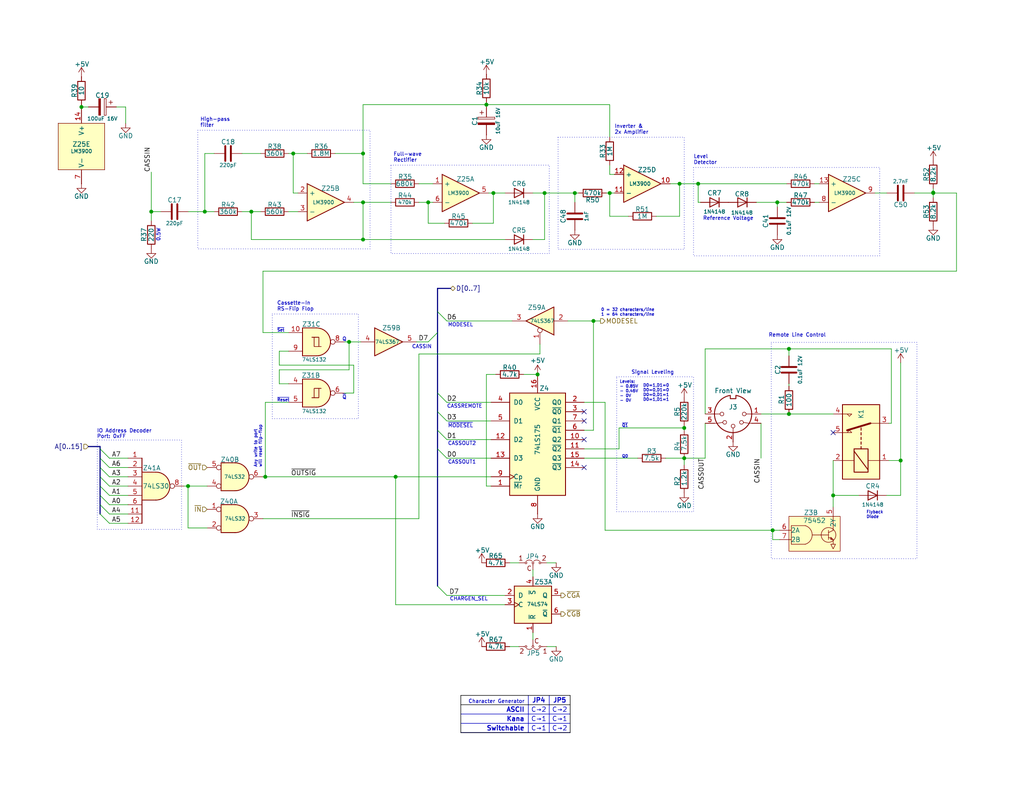
<source format=kicad_sch>
(kicad_sch (version 20250114) (generator "eeschema") (generator_version "9.0")
  (paper "USLetter")
  (title_block (title "TRS-80 Model I Rev HE11E011550") (date "2025-06-15") (rev "E1A") (company "RetroStack - Marcel Erz") (comment 1 "and character generator selection") (comment 2 "Cassette motor control, input & output circuits, I/O decoding, video mode selection,") (comment 4 "Cassette Interface with Video Mode Select"))
  (rectangle (start 74.295 85.725) (end 97.79 114.3) (stroke (width 0) (type dot)))
  (rectangle (start 168.275 102.87) (end 189.23 139.7) (stroke (width 0) (type dot)))
  (rectangle (start 53.975 35.56) (end 100.965 67.945) (stroke (width 0) (type dot)))
  (rectangle (start 106.68 45.085) (end 149.86 69.215) (stroke (width 0) (type dot)))
  (rectangle (start 152.273 37.465) (end 186.69 68.072) (stroke (width 0) (type dot)))
  (rectangle (start 210.439 93.472) (end 250.19 152.527) (stroke (width 0) (type dot)))
  (rectangle (start 26.543 120.142) (end 49.53 144.526) (stroke (width 0) (type dot)))
  (rectangle (start 189.23 45.72) (end 240.03 69.85) (stroke (width 0) (type dot)))
  (text "0 = 32 characters/line\n1 = 64 characters/line\n" (at 163.957 86.487 0) (effects (font (size 0.8 0.8)) (justify left bottom)))
  (text "Full-wave\nRectifier" (at 107.315 44.45 0) (effects (font (size 1 1)) (justify left bottom)))
  (text "Level\nDetector" (at 189.23 45.085 0) (effects (font (size 1 1)) (justify left bottom)))
  (text "~{Q1}" (at 171.45 116.84 0) (effects (font (size 0.8 0.8)) (justify right bottom)))
  (text "CHARGEN_SEL" (at 122.682 164.211 0) (effects (font (size 1 1)) (justify left bottom)))
  (text "High-pass\nfilter" (at 54.61 34.925 0) (effects (font (size 1 1)) (justify left bottom)))
  (text "Reference Voltage" (at 191.77 60.325 0) (effects (font (size 1 1)) (justify left bottom)))
  (text "Any write to port\nwill reset flip-flop" (at 71.501 127.762 90) (effects (font (size 0.8 0.8)) (justify left bottom)))
  (text "IO Address Decoder" (at 26.416 118.364 0) (effects (font (size 1 1)) (justify left bottom)))
  (text "Port: 0xFF" (at 26.416 119.888 0) (effects (font (size 1 1)) (justify left bottom)))
  (text "Signal Leveling" (at 172.212 102.362 0) (effects (font (size 1 1)) (justify left bottom)))
  (text "~{MODESEL}" (at 122.174 116.967 0) (effects (font (size 1 1)) (justify left bottom)))
  (text "~{Q}" (at 93.345 109.22 0) (effects (font (size 1 1)) (justify left bottom)))
  (text "CASSREMOTE" (at 121.92 111.633 0) (effects (font (size 1 1)) (justify left bottom)))
  (text "Q" (at 93.345 93.345 0) (effects (font (size 1 1)) (justify left bottom)))
  (text "0.5W" (at 43.815 66.04 90) (effects (font (size 1 1)) (justify left bottom)))
  (text "Levels:\n- 0.85V\n- 0.46V\n- 0V\n- 0V" (at 169.037 109.982 0) (effects (font (size 0.8 0.8)) (justify left bottom)))
  (text "CASSIN" (at 117.856 95.377 0) (effects (font (size 1 1)) (justify right bottom)))
  (text "MODESEL" (at 122.174 89.408 0) (effects (font (size 1 1)) (justify left bottom)))
  (text "Cassette-In\nRS-Flip Flop" (at 75.565 85.09 0) (effects (font (size 1 1)) (justify left bottom)))
  (text "CASSOUT2" (at 122.174 121.793 0) (effects (font (size 1 1)) (justify left bottom)))
  (text "Remote Line Control" (at 209.677 92.202 0) (effects (font (size 1 1)) (justify left bottom)))
  (text "Inverter &\n2x Amplifier" (at 167.64 36.83 0) (effects (font (size 1 1)) (justify left bottom)))
  (text "CASSOUT1" (at 122.174 126.873 0) (effects (font (size 1 1)) (justify left bottom)))
  (text "~{Reset}" (at 75.565 109.855 0) (effects (font (size 0.8 0.8)) (justify left bottom)))
  (text "~{Set}" (at 75.565 90.805 0) (effects (font (size 0.8 0.8)) (justify left bottom)))
  (text "Q0" (at 171.45 125.222 0) (effects (font (size 0.8 0.8)) (justify right bottom)))
  (text "D0=1,D1=0\nD0=0,D1=0\nD0=0,D1=1\nD0=1,D1=1" (at 182.626 109.728 0) (effects (font (size 0.8 0.8)) (justify right bottom)))
  (text "Flyback\nDiode" (at 236.347 141.732 0) (effects (font (size 0.8 0.8)) (justify left bottom)))
  (junction (at 116.84 55.245))
  (junction (at 186.69 116.84))
  (junction (at 22.225 29.21))
  (junction (at 72.39 130.175))
  (junction (at 95.25 93.345))
  (junction (at 41.275 57.785))
  (junction (at 51.308 132.715))
  (junction (at 212.09 55.245))
  (junction (at 80.01 41.91))
  (junction (at 99.06 65.405))
  (junction (at 215.265 95.25))
  (junction (at 166.37 52.705))
  (junction (at 161.925 87.63))
  (junction (at 107.95 130.175))
  (junction (at 148.59 52.705))
  (junction (at 99.06 55.245))
  (junction (at 68.58 57.785))
  (junction (at 99.06 41.91))
  (junction (at 254.635 52.578))
  (junction (at 132.715 28.575))
  (junction (at 146.685 102.235))
  (junction (at 186.69 125.095))
  (junction (at 156.845 52.705))
  (junction (at 185.42 50.165))
  (junction (at 210.82 144.78))
  (junction (at 245.745 125.73))
  (junction (at 227.33 135.255))
  (junction (at 134.62 52.705))
  (junction (at 254.635 52.705))
  (junction (at 55.88 57.785))
  (junction (at 190.5 50.165))
  (junction (at 215.265 113.03))
  (no_connect (at 159.385 127.635))
  (no_connect (at 159.385 120.015))
  (no_connect (at 227.33 118.11))
  (no_connect (at 159.385 114.935))
  (no_connect (at 159.385 112.395))
  (bus_entry (at 27.305 125.095) (size 2.54 2.54))
  (bus_entry (at 121.92 125.095) (size -2.54 -2.54))
  (bus_entry (at 121.92 114.935) (size -2.54 -2.54))
  (bus_entry (at 121.92 87.63) (size -2.54 -2.54))
  (bus_entry (at 27.305 132.715) (size 2.54 2.54))
  (bus_entry (at 27.305 127.635) (size 2.54 2.54))
  (bus_entry (at 121.92 120.015) (size -2.54 -2.54))
  (bus_entry (at 116.84 93.345) (size 2.54 -2.54))
  (bus_entry (at 27.305 140.335) (size 2.54 2.54))
  (bus_entry (at 119.38 160.02) (size 2.54 2.54))
  (bus_entry (at 27.305 135.255) (size 2.54 2.54))
  (bus_entry (at 27.305 130.175) (size 2.54 2.54))
  (bus_entry (at 27.305 122.555) (size 2.54 2.54))
  (bus_entry (at 121.92 109.855) (size -2.54 -2.54))
  (bus_entry (at 27.305 137.795) (size 2.54 2.54))
  (wire (pts (xy 192.405 113.03) (xy 192.405 95.25)))
  (wire (pts (xy 56.515 144.145) (xy 51.308 144.145)))
  (bus (pts (xy 119.38 107.315) (xy 119.38 112.395)))
  (wire (pts (xy 227.33 135.255) (xy 234.315 135.255)))
  (bus (pts (xy 27.305 127.635) (xy 27.305 125.095)))
  (wire (pts (xy 22.225 29.21) (xy 22.225 29.845)))
  (wire (pts (xy 254.635 52.705) (xy 254.635 52.578)))
  (wire (pts (xy 215.265 113.03) (xy 227.33 113.03)))
  (wire (pts (xy 78.74 57.785) (xy 81.28 57.785)))
  (wire (pts (xy 185.42 59.055) (xy 185.42 50.165)))
  (wire (pts (xy 80.01 52.705) (xy 81.28 52.705)))
  (wire (pts (xy 29.845 132.715) (xy 34.925 132.715)))
  (wire (pts (xy 227.33 135.255) (xy 227.33 138.43)))
  (wire (pts (xy 159.385 125.095) (xy 173.99 125.095)))
  (wire (pts (xy 134.62 52.705) (xy 133.35 52.705)))
  (wire (pts (xy 76.2 95.885) (xy 76.2 99.695)))
  (wire (pts (xy 190.5 50.165) (xy 214.63 50.165)))
  (wire (pts (xy 114.3 50.165) (xy 118.11 50.165)))
  (wire (pts (xy 139.065 153.67) (xy 141.605 153.67)))
  (wire (pts (xy 156.845 52.705) (xy 157.861 52.705)))
  (bus (pts (xy 119.38 78.74) (xy 122.936 78.74)))
  (bus (pts (xy 119.38 122.555) (xy 119.38 160.02)))
  (wire (pts (xy 72.39 130.175) (xy 107.95 130.175)))
  (wire (pts (xy 139.065 176.53) (xy 141.605 176.53)))
  (bus (pts (xy 119.38 112.395) (xy 119.38 117.475)))
  (wire (pts (xy 78.74 90.805) (xy 71.755 90.805)))
  (wire (pts (xy 72.39 109.855) (xy 72.39 130.175)))
  (wire (pts (xy 66.04 41.91) (xy 71.12 41.91)))
  (wire (pts (xy 116.84 55.245) (xy 114.3 55.245)))
  (wire (pts (xy 116.84 60.96) (xy 116.84 55.245)))
  (wire (pts (xy 156.845 55.245) (xy 156.845 52.705)))
  (wire (pts (xy 55.88 57.785) (xy 55.88 41.91)))
  (wire (pts (xy 71.755 130.175) (xy 72.39 130.175)))
  (wire (pts (xy 99.06 65.405) (xy 137.795 65.405)))
  (wire (pts (xy 154.94 87.63) (xy 161.925 87.63)))
  (wire (pts (xy 168.91 116.84) (xy 186.69 116.84)))
  (wire (pts (xy 166.37 52.705) (xy 167.64 52.705)))
  (wire (pts (xy 159.385 109.855) (xy 165.1 109.855)))
  (wire (pts (xy 83.82 41.91) (xy 80.01 41.91)))
  (bus (pts (xy 119.38 117.475) (xy 119.38 122.555)))
  (wire (pts (xy 254.889 52.705) (xy 260.985 52.705)))
  (wire (pts (xy 24.13 29.21) (xy 22.225 29.21)))
  (wire (pts (xy 149.225 176.53) (xy 151.765 176.53)))
  (wire (pts (xy 41.275 57.785) (xy 41.275 60.325)))
  (wire (pts (xy 254.635 51.435) (xy 254.635 52.578)))
  (wire (pts (xy 147.32 93.98) (xy 147.32 96.647)))
  (wire (pts (xy 99.06 28.575) (xy 99.06 41.91)))
  (wire (pts (xy 96.52 107.315) (xy 93.98 107.315)))
  (wire (pts (xy 58.42 57.785) (xy 55.88 57.785)))
  (wire (pts (xy 72.39 109.855) (xy 78.74 109.855)))
  (wire (pts (xy 80.01 41.91) (xy 80.01 52.705)))
  (wire (pts (xy 149.225 153.67) (xy 151.765 153.67)))
  (wire (pts (xy 165.1 144.78) (xy 210.82 144.78)))
  (wire (pts (xy 135.255 102.235) (xy 132.715 102.235)))
  (wire (pts (xy 107.95 130.175) (xy 107.95 165.1)))
  (wire (pts (xy 71.755 74.041) (xy 260.985 74.041)))
  (wire (pts (xy 132.715 28.575) (xy 99.06 28.575)))
  (wire (pts (xy 145.415 174.625) (xy 145.415 172.72)))
  (wire (pts (xy 186.69 125.095) (xy 186.69 127)))
  (wire (pts (xy 243.205 115.57) (xy 242.57 115.57)))
  (wire (pts (xy 185.42 50.165) (xy 190.5 50.165)))
  (wire (pts (xy 137.795 52.705) (xy 134.62 52.705)))
  (wire (pts (xy 43.815 57.785) (xy 41.275 57.785)))
  (wire (pts (xy 96.52 99.695) (xy 96.52 107.315)))
  (wire (pts (xy 99.06 55.245) (xy 96.52 55.245)))
  (wire (pts (xy 71.755 141.605) (xy 114.3 141.605)))
  (bus (pts (xy 27.305 135.255) (xy 27.305 132.715)))
  (wire (pts (xy 113.665 93.345) (xy 116.84 93.345)))
  (bus (pts (xy 27.305 121.92) (xy 27.305 122.555)))
  (bus (pts (xy 119.38 78.74) (xy 119.38 85.09)))
  (wire (pts (xy 241.935 135.255) (xy 245.745 135.255)))
  (bus (pts (xy 27.305 140.335) (xy 27.305 137.795)))
  (wire (pts (xy 128.905 60.96) (xy 134.62 60.96)))
  (wire (pts (xy 29.845 142.875) (xy 34.925 142.875)))
  (wire (pts (xy 161.925 117.475) (xy 159.385 117.475)))
  (wire (pts (xy 210.82 147.32) (xy 210.82 144.78)))
  (wire (pts (xy 132.715 28.575) (xy 166.37 28.575)))
  (wire (pts (xy 166.37 45.085) (xy 166.37 47.625)))
  (bus (pts (xy 27.305 125.095) (xy 27.305 122.555)))
  (wire (pts (xy 212.725 147.32) (xy 210.82 147.32)))
  (wire (pts (xy 66.04 57.785) (xy 68.58 57.785)))
  (wire (pts (xy 121.92 120.015) (xy 133.985 120.015)))
  (wire (pts (xy 179.07 59.055) (xy 185.42 59.055)))
  (wire (pts (xy 121.92 114.935) (xy 133.985 114.935)))
  (wire (pts (xy 181.61 125.095) (xy 186.69 125.095)))
  (wire (pts (xy 186.69 125.095) (xy 192.405 125.095)))
  (wire (pts (xy 50.165 132.715) (xy 51.308 132.715)))
  (wire (pts (xy 227.33 125.73) (xy 227.33 135.255)))
  (wire (pts (xy 241.935 52.705) (xy 238.76 52.705)))
  (wire (pts (xy 34.29 29.21) (xy 34.29 33.655)))
  (wire (pts (xy 93.98 93.345) (xy 95.25 93.345)))
  (wire (pts (xy 22.225 28.575) (xy 22.225 29.21)))
  (wire (pts (xy 166.37 47.625) (xy 167.64 47.625)))
  (wire (pts (xy 147.32 96.647) (xy 114.3 96.647)))
  (bus (pts (xy 27.305 132.715) (xy 27.305 130.175)))
  (wire (pts (xy 161.925 87.63) (xy 161.925 117.475)))
  (wire (pts (xy 31.75 29.21) (xy 34.29 29.21)))
  (wire (pts (xy 161.925 87.63) (xy 163.83 87.63)))
  (wire (pts (xy 132.715 132.715) (xy 133.985 132.715)))
  (wire (pts (xy 95.25 93.345) (xy 98.425 93.345)))
  (wire (pts (xy 132.715 102.235) (xy 132.715 132.715)))
  (wire (pts (xy 71.755 90.805) (xy 71.755 74.041)))
  (bus (pts (xy 119.38 90.805) (xy 119.38 107.315)))
  (wire (pts (xy 207.645 115.57) (xy 207.645 125.095)))
  (wire (pts (xy 222.25 50.165) (xy 223.52 50.165)))
  (wire (pts (xy 245.745 125.73) (xy 245.745 99.06)))
  (wire (pts (xy 51.308 132.715) (xy 56.515 132.715)))
  (wire (pts (xy 55.88 41.91) (xy 58.42 41.91)))
  (wire (pts (xy 159.385 122.555) (xy 168.91 122.555)))
  (wire (pts (xy 207.645 113.03) (xy 215.265 113.03)))
  (wire (pts (xy 222.25 55.245) (xy 223.52 55.245)))
  (wire (pts (xy 76.2 100.965) (xy 76.2 104.775)))
  (wire (pts (xy 99.06 65.405) (xy 68.58 65.405)))
  (wire (pts (xy 168.91 116.84) (xy 168.91 122.555)))
  (wire (pts (xy 78.74 41.91) (xy 80.01 41.91)))
  (wire (pts (xy 166.37 52.705) (xy 166.37 59.055)))
  (wire (pts (xy 249.555 52.705) (xy 254.635 52.705)))
  (wire (pts (xy 148.59 52.705) (xy 156.845 52.705)))
  (wire (pts (xy 254.889 52.578) (xy 254.635 52.578)))
  (wire (pts (xy 243.205 95.25) (xy 243.205 115.57)))
  (wire (pts (xy 165.481 52.705) (xy 166.37 52.705)))
  (wire (pts (xy 68.58 65.405) (xy 68.58 57.785)))
  (wire (pts (xy 242.57 125.73) (xy 245.745 125.73)))
  (wire (pts (xy 186.69 116.205) (xy 186.69 116.84)))
  (wire (pts (xy 107.95 165.1) (xy 137.795 165.1)))
  (wire (pts (xy 51.435 57.785) (xy 55.88 57.785)))
  (wire (pts (xy 106.68 50.165) (xy 99.06 50.165)))
  (wire (pts (xy 91.44 41.91) (xy 99.06 41.91)))
  (wire (pts (xy 182.88 50.165) (xy 185.42 50.165)))
  (wire (pts (xy 29.845 137.795) (xy 34.925 137.795)))
  (wire (pts (xy 186.69 116.84) (xy 186.69 117.475)))
  (bus (pts (xy 27.305 137.795) (xy 27.305 135.255)))
  (wire (pts (xy 107.95 130.175) (xy 133.985 130.175)))
  (wire (pts (xy 132.715 27.94) (xy 132.715 28.575)))
  (wire (pts (xy 121.92 162.56) (xy 137.795 162.56)))
  (wire (pts (xy 95.25 93.345) (xy 95.25 100.965)))
  (wire (pts (xy 99.06 65.405) (xy 99.06 55.245)))
  (wire (pts (xy 166.37 28.575) (xy 166.37 37.465)))
  (wire (pts (xy 212.09 55.245) (xy 212.09 56.515)))
  (wire (pts (xy 148.59 65.405) (xy 148.59 52.705)))
  (wire (pts (xy 192.405 115.57) (xy 192.405 125.095)))
  (wire (pts (xy 254.889 52.705) (xy 254.889 52.578)))
  (wire (pts (xy 206.375 55.245) (xy 212.09 55.245)))
  (wire (pts (xy 132.715 29.21) (xy 132.715 28.575)))
  (wire (pts (xy 68.58 57.785) (xy 71.12 57.785)))
  (wire (pts (xy 51.308 132.715) (xy 51.308 144.145)))
  (wire (pts (xy 114.3 96.647) (xy 114.3 141.605)))
  (wire (pts (xy 142.875 102.235) (xy 146.685 102.235)))
  (wire (pts (xy 29.845 127.635) (xy 34.925 127.635)))
  (wire (pts (xy 76.2 104.775) (xy 78.74 104.775)))
  (wire (pts (xy 165.1 109.855) (xy 165.1 144.78)))
  (wire (pts (xy 215.265 105.41) (xy 215.265 104.775)))
  (wire (pts (xy 106.68 55.245) (xy 99.06 55.245)))
  (wire (pts (xy 29.845 125.095) (xy 34.925 125.095)))
  (wire (pts (xy 76.2 99.695) (xy 96.52 99.695)))
  (wire (pts (xy 121.92 125.095) (xy 133.985 125.095)))
  (wire (pts (xy 29.845 130.175) (xy 34.925 130.175)))
  (wire (pts (xy 190.5 55.245) (xy 190.5 50.165)))
  (wire (pts (xy 260.985 74.041) (xy 260.985 52.705)))
  (wire (pts (xy 95.25 100.965) (xy 76.2 100.965)))
  (wire (pts (xy 215.265 95.25) (xy 243.205 95.25)))
  (wire (pts (xy 118.11 55.245) (xy 116.84 55.245)))
  (wire (pts (xy 78.74 95.885) (xy 76.2 95.885)))
  (wire (pts (xy 121.285 60.96) (xy 116.84 60.96)))
  (wire (pts (xy 29.845 135.255) (xy 34.925 135.255)))
  (wire (pts (xy 192.405 95.25) (xy 215.265 95.25)))
  (wire (pts (xy 145.415 65.405) (xy 148.59 65.405)))
  (wire (pts (xy 212.09 55.245) (xy 214.63 55.245)))
  (wire (pts (xy 245.745 125.73) (xy 245.745 135.255)))
  (wire (pts (xy 134.62 60.96) (xy 134.62 52.705)))
  (wire (pts (xy 166.37 59.055) (xy 171.45 59.055)))
  (bus (pts (xy 27.305 130.175) (xy 27.305 127.635)))
  (wire (pts (xy 121.92 87.63) (xy 139.7 87.63)))
  (wire (pts (xy 99.06 50.165) (xy 99.06 41.91)))
  (wire (pts (xy 254.635 53.975) (xy 254.635 52.705)))
  (wire (pts (xy 41.275 46.99) (xy 41.275 57.785)))
  (wire (pts (xy 215.265 95.25) (xy 215.265 97.155)))
  (bus (pts (xy 119.38 85.09) (xy 119.38 90.805)))
  (bus (pts (xy 24.13 121.92) (xy 27.305 121.92)))
  (wire (pts (xy 145.415 52.705) (xy 148.59 52.705)))
  (wire (pts (xy 29.845 140.335) (xy 34.925 140.335)))
  (wire (pts (xy 190.5 55.245) (xy 191.135 55.245)))
  (wire (pts (xy 121.92 109.855) (xy 133.985 109.855)))
  (wire (pts (xy 145.415 155.575) (xy 145.415 157.48)))
  (wire (pts (xy 210.82 144.78) (xy 212.725 144.78)))
  (table (column_count 3) (border (external yes) (header yes) (stroke (width 0.3) (color 0 0 0 1))) (separators (rows yes) (cols yes)) (column_widths 18.415 5.715 5.715) (row_heights 2.54 2.54 2.54 2.54 0) (cells (table_cell "Character Generator" (at 125.73 189.865 0) (size 18.415 2.54) (margins 0.9525 0.9525 0.9525 0.9525) (span 1 1)) (table_cell "JP4" (at 144.145 189.865 0) (size 5.715 2.54) (margins 0.9525 0.9525 0.9525 0.9525) (span 1 1)) (table_cell "JP5" (at 149.86 189.865 0) (size 5.715 2.54) (margins 0.9525 0.9525 0.9525 0.9525) (span 1 1)) (table_cell "ASCII" (at 125.73 192.405 0) (size 18.415 2.54) (margins 0.9525 0.9525 0.9525 0.9525) (span 1 1)) (table_cell "C→2" (at 144.145 192.405 0) (size 5.715 2.54) (margins 0.9525 0.9525 0.9525 0.9525) (span 1 1)) (table_cell "C→2" (at 149.86 192.405 0) (size 5.715 2.54) (margins 0.9525 0.9525 0.9525 0.9525) (span 1 1)) (table_cell "Kana" (at 125.73 194.945 0) (size 18.415 2.54) (margins 0.9525 0.9525 0.9525 0.9525) (span 1 1)) (table_cell "C→1" (at 144.145 194.945 0) (size 5.715 2.54) (margins 0.9525 0.9525 0.9525 0.9525) (span 1 1)) (table_cell "C→1" (at 149.86 194.945 0) (size 5.715 2.54) (margins 0.9525 0.9525 0.9525 0.9525) (span 1 1)) (table_cell "Switchable" (at 125.73 197.485 0) (size 18.415 2.54) (margins 0.9525 0.9525 0.9525 0.9525) (span 1 1)) (table_cell "C→1" (at 144.145 197.485 0) (size 5.715 2.54) (margins 0.9525 0.9525 0.9525 0.9525) (span 1 1)) (table_cell "C→2" (at 149.86 197.485 0) (size 5.715 2.54) (margins 0.9525 0.9525 0.9525 0.9525) (span 1 1)) (table_cell "" (at 125.73 200.025 0) (size 18.415 0) (margins 0.9525 0.9525 0.9525 0.9525) (span 1 1)) (table_cell "" (at 144.145 200.025 0) (size 5.715 0) (margins 0.9525 0.9525 0.9525 0.9525) (span 1 1)) (table_cell "" (at 149.86 200.025 0) (size 5.715 0) (margins 0.9525 0.9525 0.9525 0.9525) (span 1 1))))
  (label "A2" (at 30.48 132.715 0))
  (label "A0" (at 30.48 137.795 0))
  (label "A7" (at 30.48 125.095 0))
  (label "A1" (at 30.48 135.255 0))
  (label "CASSOUT" (at 192.405 125.095 270))
  (label "~{INSIG}" (at 79.375 141.605 0))
  (label "A6" (at 30.48 127.635 0))
  (label "D7" (at 122.555 162.56 0))
  (label "D6" (at 121.92 87.63 0))
  (label "~{OUTSIG}" (at 79.375 130.175 0))
  (label "A3" (at 30.48 130.175 0))
  (label "A5" (at 30.48 142.875 0))
  (label "D2" (at 121.92 109.855 0))
  (label "A4" (at 30.48 140.335 0))
  (label "D3" (at 121.92 114.935 0))
  (label "D7" (at 116.84 93.345 180))
  (label "D1" (at 121.92 120.015 0))
  (label "D0" (at 121.92 125.095 0))
  (label "CASSIN" (at 207.645 125.095 270))
  (label "CASSIN" (at 41.275 46.99 90))
  (hierarchical_label "A[0..15]" (shape input) (at 24.13 121.92 180))
  (hierarchical_label "MODESEL" (shape output) (at 163.83 87.63 0))
  (hierarchical_label "~{CGA}" (shape output) (at 153.035 162.56 0))
  (hierarchical_label "~{CGB}" (shape output) (at 153.035 167.64 0))
  (hierarchical_label "D[0..7]" (shape bidirectional) (at 122.936 78.74 0))
  (hierarchical_label "~{IN}" (shape input) (at 56.515 139.065 180))
  (hierarchical_label "~{OUT}" (shape input) (at 56.515 127.635 180))
  (symbol (lib_id "Device:C_Polarized") (at 27.94 29.21 270) (unit 1)
    (property "Reference" "C19" (at 27.94 26.035 90))
    (property "Value" "100uF 16V" (at 27.94 32.385 90) (effects (font (size 1 1))))
    (property "Footprint" "Library:TRS80_Model_I_C_Pol_Radial_10D_5P_Jap" (effects (hide yes)))
  )
  (symbol (lib_id "Device:R") (at 74.93 41.91 90) (mirror x) (unit 1)
    (property "Reference" "R38" (at 74.93 40.005 90))
    (property "Value" "360k" (at 74.93 41.91 90))
    (property "Footprint" "Library:TRS80_Model_I_R_0.25W_Jap" (effects (hide yes)))
  )
  (symbol (lib_id "power:+5V") (at 245.745 99.06 0) (unit 1)
    (property "Reference" "#PWR074" (effects (hide yes)))
    (property "Value" "+5V" (at 245.872 95.631 0))
    (property "Description" "Power symbol creates a global label with name \"+5V\"" (effects (hide yes)))
  )
  (symbol (lib_id "Device:R") (at 87.63 41.91 90) (mirror x) (unit 1)
    (property "Reference" "R36" (at 87.63 40.005 90))
    (property "Value" "1.8M" (at 87.63 41.91 90))
    (property "Footprint" "Library:TRS80_Model_I_R_0.25W_Jap" (effects (hide yes)))
  )
  (symbol (lib_id "74xx:74LS32") (at 64.135 130.175 0) (mirror x) (unit 2) (convert 2)
    (property "Reference" "Z40" (at 62.738 125.476 0))
    (property "Value" "74LS32" (at 64.008 130.175 0) (effects (font (size 1 1))))
    (property "Footprint" "Library:TRS80_Model_I_DIP14_Jap" (effects (hide yes)))
    (property "Datasheet" "http://www.ti.com/lit/gpn/sn74LS32" (effects (hide yes)))
    (property "Description" "Quad 2-input OR" (effects (hide yes)))
  )
  (symbol (lib_id "Device:C") (at 212.09 60.325 180) (unit 1)
    (property "Reference" "C41" (at 208.915 60.325 90))
    (property "Value" "0.1uF 12V" (at 215.265 60.325 90) (effects (font (size 1 1))))
    (property "Footprint" "Library:TRS80_Model_I_C_Disc_9.5L_4W_6P_Jap" (effects (hide yes)))
  )
  (symbol (lib_id "Device:D") (at 238.125 135.255 180) (unit 1)
    (property "Reference" "CR4" (at 238.125 132.715 0))
    (property "Value" "1N4148" (at 238.125 137.795 0) (effects (font (size 1 1))))
    (property "Footprint" "Library:TRS80_Model_I_D_Jap" (effects (hide yes)))
    (property "Sim.Device" "D" (effects (hide yes)))
    (property "Sim.Pins" "1=K 2=A" (effects (hide yes)))
  )
  (symbol (lib_id "Device:R") (at 254.635 57.785 180) (unit 1)
    (property "Reference" "R53" (at 252.73 57.785 90))
    (property "Value" "8.2k" (at 254.635 57.785 90))
    (property "Footprint" "Library:TRS80_Model_I_R_0.25W_Jap" (effects (hide yes)))
  )
  (symbol (lib_id "Device:R") (at 74.93 57.785 90) (mirror x) (unit 1)
    (property "Reference" "R43" (at 74.93 55.88 90))
    (property "Value" "560k" (at 74.93 57.785 90))
    (property "Footprint" "Library:TRS80_Model_I_R_0.25W_Jap" (effects (hide yes)))
  )
  (symbol (lib_id "RetroStackLibrary:75452") (at 222.25 139.7 0) (unit 2)
    (property "Reference" "Z3" (at 219.329 139.954 0) (effects (justify left)))
    (property "Value" "75452" (at 219.075 142.113 0) (effects (justify left)))
    (property "Footprint" "Library:TRS80_Model_I_DIP8_Jap" (effects (hide yes)))
    (property "Datasheet" "https://www.ti.com/lit/ds/symlink/sn75452b.pdf" (effects (hide yes)))
    (property "Description" "Dual-Peripheral Drivers for High-Current, High-Speed Switching" (effects (hide yes)))
  )
  (symbol (lib_id "Device:R") (at 110.49 55.245 90) (mirror x) (unit 1)
    (property "Reference" "R44" (at 110.49 53.34 90))
    (property "Value" "470k" (at 110.49 55.245 90) (effects (font (size 1 1))))
    (property "Footprint" "Library:TRS80_Model_I_R_0.25W_Jap" (effects (hide yes)))
  )
  (symbol (lib_id "power:+5V") (at 22.225 20.955 0) (unit 1)
    (property "Reference" "#PWR079" (effects (hide yes)))
    (property "Value" "+5V" (at 22.352 17.526 0))
    (property "Description" "Power symbol creates a global label with name \"+5V\"" (effects (hide yes)))
  )
  (symbol (lib_id "power:+5V") (at 146.685 102.235 0) (unit 1)
    (property "Reference" "#PWR030" (effects (hide yes)))
    (property "Value" "+5V" (at 146.685 98.425 0))
    (property "Description" "Power symbol creates a global label with name \"+5V\"" (effects (hide yes)))
  )
  (symbol (lib_id "power:GND") (at 254.635 61.595 0) (unit 1)
    (property "Reference" "#PWR082" (effects (hide yes)))
    (property "Value" "GND" (at 254.635 65.024 0))
    (property "Description" "Power symbol creates a global label with name \"GND\" , ground" (effects (hide yes)))
  )
  (symbol (lib_id "Device:C") (at 62.23 41.91 90) (mirror x) (unit 1)
    (property "Reference" "C18" (at 62.23 38.735 90))
    (property "Value" "220pF" (at 62.23 45.085 90) (effects (font (size 1 1))))
    (property "Footprint" "Library:TRS80_Model_I_C_Disc_9.5L_4W_6P_Jap" (effects (hide yes)))
  )
  (symbol (lib_id "power:GND") (at 22.225 50.165 0) (unit 1)
    (property "Reference" "#PWR080" (effects (hide yes)))
    (property "Value" "GND" (at 22.225 53.594 0))
    (property "Description" "Power symbol creates a global label with name \"GND\" , ground" (effects (hide yes)))
  )
  (symbol (lib_id "74xx:74LS30") (at 42.545 132.715 0) (unit 1)
    (property "Reference" "Z41" (at 41.402 127.762 0))
    (property "Value" "74LS30" (at 42.545 132.715 0))
    (property "Footprint" "Library:TRS80_Model_I_DIP14_Jap" (effects (hide yes)))
    (property "Datasheet" "http://www.ti.com/lit/gpn/sn74LS30" (effects (hide yes)))
    (property "Description" "8-input NAND" (effects (hide yes)))
  )
  (symbol (lib_id "power:GND") (at 146.685 140.335 0) (unit 1)
    (property "Reference" "#PWR031" (effects (hide yes)))
    (property "Value" "GND" (at 146.685 143.764 0))
    (property "Description" "Power symbol creates a global label with name \"GND\" , ground" (effects (hide yes)))
  )
  (symbol (lib_id "Device:D") (at 202.565 55.245 180) (unit 1)
    (property "Reference" "CR8" (at 202.4376 52.9828 0))
    (property "Value" "1N4148" (at 202.4376 58.0628 0) (effects (font (size 1 1))))
    (property "Footprint" "Library:TRS80_Model_I_D_Jap" (effects (hide yes)))
    (property "Sim.Device" "D" (effects (hide yes)))
    (property "Sim.Pins" "1=K 2=A" (effects (hide yes)))
  )
  (symbol (lib_id "Connector:DIN-5_180degree") (at 200.025 113.03 180) (unit 1)
    (property "Reference" "J3" (at 200.025 111.125 0))
    (property "Value" "Front View" (at 200.025 106.68 0))
    (property "Footprint" "Library:TRS80_Model_I_DIN5_Jap" (effects (hide yes)))
    (property "Datasheet" "http://www.mouser.com/ds/2/18/40_c091_abd_e-75918.pdf" (effects (hide yes)))
  )
  (symbol (lib_id "power:GND") (at 186.69 134.62 0) (unit 1)
    (property "Reference" "#PWR072" (effects (hide yes)))
    (property "Value" "GND" (at 186.69 138.049 0))
    (property "Description" "Power symbol creates a global label with name \"GND\" , ground" (effects (hide yes)))
  )
  (symbol (lib_id "power:+5V") (at 131.445 176.53 0) (unit 1)
    (property "Reference" "#PWR085" (effects (hide yes)))
    (property "Value" "+5V" (at 131.572 173.101 0))
    (property "Description" "Power symbol creates a global label with name \"+5V\"" (effects (hide yes)))
  )
  (symbol (lib_id "power:+5V") (at 186.69 108.585 0) (unit 1)
    (property "Reference" "#PWR032" (effects (hide yes)))
    (property "Value" "+5V" (at 186.817 105.156 0))
    (property "Description" "Power symbol creates a global label with name \"+5V\"" (effects (hide yes)))
  )
  (symbol (lib_id "Device:R") (at 161.671 52.705 90) (mirror x) (unit 1)
    (property "Reference" "R50" (at 161.671 54.61 90))
    (property "Value" "470k" (at 161.671 52.705 90))
    (property "Footprint" "Library:TRS80_Model_I_R_0.25W_Jap" (effects (hide yes)))
  )
  (symbol (lib_id "Device:C") (at 156.845 59.055 180) (unit 1)
    (property "Reference" "C48" (at 153.67 59.055 90))
    (property "Value" "1nF" (at 160.02 59.055 90) (effects (font (size 1 1))))
    (property "Footprint" "Library:TRS80_Model_I_C_Disc_9.5L_4W_6P_Jap" (effects (hide yes)))
  )
  (symbol (lib_id "Device:R") (at 166.37 41.275 0) (mirror y) (unit 1)
    (property "Reference" "R33" (at 164.465 41.275 90))
    (property "Value" "1M" (at 166.37 41.275 90))
    (property "Footprint" "Library:TRS80_Model_I_R_0.25W_Jap" (effects (hide yes)))
  )
  (symbol (lib_id "74xx:74LS32") (at 64.135 141.605 0) (unit 1) (convert 2)
    (property "Reference" "Z40" (at 62.484 136.906 0))
    (property "Value" "74LS32" (at 64.135 141.605 0) (effects (font (size 1 1))))
    (property "Footprint" "Library:TRS80_Model_I_DIP14_Jap" (effects (hide yes)))
    (property "Datasheet" "http://www.ti.com/lit/gpn/sn74LS32" (effects (hide yes)))
    (property "Description" "Quad 2-input OR" (effects (hide yes)))
  )
  (symbol (lib_id "74xx:74LS132") (at 86.36 93.345 0) (mirror x) (unit 3)
    (property "Reference" "Z31" (at 84.963 88.519 0))
    (property "Value" "74LS132" (at 85.725 98.171 0) (effects (font (size 1 1))))
    (property "Footprint" "Library:TRS80_Model_I_DIP14_Jap" (effects (hide yes)))
    (property "Datasheet" "http://www.ti.com/lit/gpn/sn74LS132" (effects (hide yes)))
  )
  (symbol (lib_id "RetroStackLibrary:LM3900") (at 175.26 50.165 0) (unit 4)
    (property "Reference" "Z25" (at 176.53 46.355 0))
    (property "Value" "LM3900" (at 174.625 50.165 0) (effects (font (size 1 1))))
    (property "Footprint" "Library:TRS80_Model_I_DIP14_Jap" (effects (hide yes)))
    (property "Datasheet" "https://www.ti.com/lit/ds/symlink/lm3900.pdf" (effects (hide yes)))
  )
  (symbol (lib_id "Device:R") (at 186.69 112.395 180) (unit 1)
    (property "Reference" "R5" (at 184.785 112.395 90))
    (property "Value" "220k" (at 186.69 112.395 90))
    (property "Footprint" "Library:TRS80_Model_I_R_0.25W_Jap" (effects (hide yes)))
  )
  (symbol (lib_id "74xx:74LS74") (at 145.415 165.1 0) (unit 1)
    (property "Reference" "Z53" (at 145.796 158.877 0) (effects (justify left)))
    (property "Value" "74LS74" (at 143.764 164.973 0) (effects (font (size 1 1)) (justify left)))
    (property "Footprint" "Library:TRS80_Model_I_DIP14_Jap" (effects (hide yes)))
    (property "Datasheet" "74xx/74hc_hct74.pdf" (effects (hide yes)))
  )
  (symbol (lib_id "power:+5V") (at 132.715 20.32 0) (unit 1)
    (property "Reference" "#PWR078" (effects (hide yes)))
    (property "Value" "+5V" (at 132.842 16.891 0))
    (property "Description" "Power symbol creates a global label with name \"+5V\"" (effects (hide yes)))
  )
  (symbol (lib_id "RetroStackLibrary:LM3900") (at 125.73 52.705 0) (unit 1)
    (property "Reference" "Z25" (at 127 48.895 0))
    (property "Value" "LM3900" (at 125.095 52.705 0) (effects (font (size 1 1))))
    (property "Footprint" "Library:TRS80_Model_I_DIP14_Jap" (effects (hide yes)))
    (property "Datasheet" "https://www.ti.com/lit/ds/symlink/lm3900.pdf" (effects (hide yes)))
  )
  (symbol (lib_id "Device:R") (at 135.255 176.53 270) (unit 1)
    (property "Reference" "R67" (at 135.255 174.625 90))
    (property "Value" "4.7k" (at 135.255 176.53 90))
    (property "Footprint" "Library:TRS80_Model_I_R_0.25W_Jap" (effects (hide yes)))
  )
  (symbol (lib_id "Device:R") (at 218.44 50.165 90) (unit 1)
    (property "Reference" "R46" (at 218.44 48.26 90))
    (property "Value" "470k" (at 218.44 50.165 90))
    (property "Footprint" "Library:TRS80_Model_I_R_0.25W_Jap" (effects (hide yes)))
  )
  (symbol (lib_id "Library:TRS80_Model_I_Relay_NO_Jap") (at 234.95 120.65 90) (unit 1)
    (property "Reference" "K1" (at 234.95 113.03 0))
    (property "Value" "Relay_SPDT" (effects (hide yes)))
    (property "Footprint" "Library:TRS80_Model_I_Relay_Jap" (effects (hide yes)))
    (property "Description" "Relay SPDT" (effects (hide yes)))
  )
  (symbol (lib_id "Device:R") (at 215.265 109.22 0) (unit 1)
    (property "Reference" "R1" (at 213.233 109.093 90))
    (property "Value" "100" (at 215.265 109.22 90))
    (property "Footprint" "Library:TRS80_Model_I_R_0.25W_Jap" (effects (hide yes)))
  )
  (symbol (lib_id "power:+5V") (at 254.635 43.815 0) (unit 1)
    (property "Reference" "#PWR083" (effects (hide yes)))
    (property "Value" "+5V" (at 254.762 40.386 0))
    (property "Description" "Power symbol creates a global label with name \"+5V\"" (effects (hide yes)))
  )
  (symbol (lib_id "Device:D") (at 141.605 65.405 0) (mirror y) (unit 1)
    (property "Reference" "CR5" (at 141.605 62.865 0))
    (property "Value" "1N4148" (at 141.605 67.945 0) (effects (font (size 1 1))))
    (property "Footprint" "Library:TRS80_Model_I_D_Jap" (effects (hide yes)))
    (property "Sim.Device" "D" (effects (hide yes)))
    (property "Sim.Pins" "1=K 2=A" (effects (hide yes)))
  )
  (symbol (lib_id "Device:R") (at 218.44 55.245 90) (unit 1)
    (property "Reference" "R47" (at 218.44 53.34 90))
    (property "Value" "470k" (at 218.44 55.245 90))
    (property "Footprint" "Library:TRS80_Model_I_R_0.25W_Jap" (effects (hide yes)))
  )
  (symbol (lib_id "power:+5V") (at 131.445 153.67 0) (unit 1)
    (property "Reference" "#PWR087" (effects (hide yes)))
    (property "Value" "+5V" (at 131.572 150.241 0))
    (property "Description" "Power symbol creates a global label with name \"+5V\"" (effects (hide yes)))
  )
  (symbol (lib_id "Device:R") (at 22.225 24.765 180) (unit 1)
    (property "Reference" "R39" (at 20.32 24.765 90))
    (property "Value" "10" (at 22.225 24.765 90))
    (property "Footprint" "Library:TRS80_Model_I_R_0.25W_Jap" (effects (hide yes)))
  )
  (symbol (lib_id "power:GND") (at 41.275 67.945 0) (unit 1)
    (property "Reference" "#PWR081" (effects (hide yes)))
    (property "Value" "GND" (at 41.275 71.374 0))
    (property "Description" "Power symbol creates a global label with name \"GND\" , ground" (effects (hide yes)))
  )
  (symbol (lib_id "Device:C") (at 245.745 52.705 270) (unit 1)
    (property "Reference" "C50" (at 245.745 55.88 90))
    (property "Value" "2.7nF" (at 245.745 49.53 90) (effects (font (size 1 1))))
    (property "Footprint" "Library:TRS80_Model_I_C_Disc_9.5L_4W_6P_Jap" (effects (hide yes)))
  )
  (symbol (lib_id "Device:R") (at 135.255 153.67 270) (unit 1)
    (property "Reference" "R65" (at 135.255 151.765 90))
    (property "Value" "4.7k" (at 135.255 153.67 90))
    (property "Footprint" "Library:TRS80_Model_I_R_0.25W_Jap" (effects (hide yes)))
  )
  (symbol (lib_id "RetroStackLibrary:LM3900") (at 88.9 55.245 0) (unit 2)
    (property "Reference" "Z25" (at 90.17 51.435 0))
    (property "Value" "LM3900" (at 88.265 55.245 0) (effects (font (size 1 1))))
    (property "Footprint" "Library:TRS80_Model_I_DIP14_Jap" (effects (hide yes)))
    (property "Datasheet" "https://www.ti.com/lit/ds/symlink/lm3900.pdf" (effects (hide yes)))
  )
  (symbol (lib_id "74xx:74LS175") (at 146.685 120.015 0) (unit 1)
    (property "Reference" "Z4" (at 147.193 106.045 0) (effects (justify left)))
    (property "Value" "74LS175" (at 146.685 120.015 90))
    (property "Footprint" "Library:TRS80_Model_I_DIP16_Jap" (effects (hide yes)))
    (property "Datasheet" "http://www.ti.com/lit/gpn/sn74LS175" (effects (hide yes)))
    (property "Description" "4-bit D Flip-Flop, reset" (effects (hide yes)))
  )
  (symbol (lib_id "Device:R") (at 41.275 64.135 180) (unit 1)
    (property "Reference" "R37" (at 39.243 66.04 90) (effects (justify right)))
    (property "Value" "220" (at 41.275 66.04 90) (effects (justify right)))
    (property "Footprint" "Library:TRS80_Model_I_R_0.5W_Jap" (effects (hide yes)))
  )
  (symbol (lib_id "Device:R") (at 186.69 130.81 180) (unit 1)
    (property "Reference" "R2" (at 184.785 132.715 90) (effects (justify right)))
    (property "Value" "1.2k" (at 186.69 132.715 90) (effects (justify right)))
    (property "Footprint" "Library:TRS80_Model_I_R_0.25W_Jap" (effects (hide yes)))
  )
  (symbol (lib_id "RetroStackLibrary:74LS367_Split") (at 106.045 93.345 0) (unit 2)
    (property "Reference" "Z59" (at 106.807 89.535 0))
    (property "Value" "74LS367" (at 105.664 93.345 0) (effects (font (size 1 1))))
    (property "Footprint" "Library:TRS80_Model_I_DIP16_Jap" (effects (hide yes)))
    (property "Datasheet" "https://www.ti.com/lit/ds/symlink/sn74ls367a.pdf" (effects (hide yes)))
    (property "Description" "Hex buffer 3-State outputs" (effects (hide yes)))
  )
  (symbol (lib_id "Device:C_Polarized") (at 132.715 33.02 0) (unit 1)
    (property "Reference" "C1" (at 129.54 33.02 90))
    (property "Value" "10uF 16V" (at 135.89 33.02 90) (effects (font (size 1 1))))
    (property "Footprint" "Library:TRS80_Model_I_C_Pol_Radial_5D_2.5P_Jap" (effects (hide yes)))
  )
  (symbol (lib_id "74xx:74LS132") (at 86.36 107.315 0) (unit 2)
    (property "Reference" "Z31" (at 84.836 102.489 0))
    (property "Value" "74LS132" (at 85.725 112.268 0) (effects (font (size 1 1))))
    (property "Footprint" "Library:TRS80_Model_I_DIP14_Jap" (effects (hide yes)))
    (property "Datasheet" "http://www.ti.com/lit/gpn/sn74LS132" (effects (hide yes)))
  )
  (symbol (lib_id "Device:R") (at 62.23 57.785 90) (mirror x) (unit 1)
    (property "Reference" "R42" (at 62.23 55.88 90))
    (property "Value" "360k" (at 62.23 57.785 90))
    (property "Footprint" "Library:TRS80_Model_I_R_0.25W_Jap" (effects (hide yes)))
  )
  (symbol (lib_id "RetroStackLibrary:74LS367_Split") (at 147.32 87.63 180) (unit 1)
    (property "Reference" "Z59" (at 146.431 83.947 0))
    (property "Value" "74LS367" (at 147.955 87.63 0) (effects (font (size 1 1))))
    (property "Footprint" "Library:TRS80_Model_I_DIP16_Jap" (effects (hide yes)))
    (property "Datasheet" "https://www.ti.com/lit/ds/symlink/sn74ls367a.pdf" (effects (hide yes)))
    (property "Description" "Hex buffer 3-State outputs" (effects (hide yes)))
  )
  (symbol (lib_id "Device:R") (at 177.8 125.095 90) (unit 1)
    (property "Reference" "R3" (at 177.8 123.19 90))
    (property "Value" "7.5k" (at 177.8 125.095 90))
    (property "Footprint" "Library:TRS80_Model_I_R_0.25W_Jap" (effects (hide yes)))
  )
  (symbol (lib_id "Device:R") (at 175.26 59.055 90) (mirror x) (unit 1)
    (property "Reference" "R51" (at 175.26 57.15 90))
    (property "Value" "1M" (at 175.26 59.055 90))
    (property "Footprint" "Library:TRS80_Model_I_R_0.25W_Jap" (effects (hide yes)))
  )
  (symbol (lib_id "Device:D") (at 141.605 52.705 0) (mirror y) (unit 1)
    (property "Reference" "CR6" (at 141.605 50.165 0))
    (property "Value" "1N4148" (at 141.605 55.245 0) (effects (font (size 1 1))))
    (property "Footprint" "Library:TRS80_Model_I_D_Jap" (effects (hide yes)))
    (property "Sim.Device" "D" (effects (hide yes)))
    (property "Sim.Pins" "1=K 2=A" (effects (hide yes)))
  )
  (symbol (lib_id "Device:C") (at 47.625 57.785 90) (unit 1)
    (property "Reference" "C17" (at 47.625 54.61 90))
    (property "Value" "220pF" (at 47.625 60.96 90) (effects (font (size 1 1))))
    (property "Footprint" "Library:TRS80_Model_I_C_Disc_9.5L_4W_6P_Jap" (effects (hide yes)))
  )
  (symbol (lib_id "power:GND") (at 212.09 64.135 0) (unit 1)
    (property "Reference" "#PWR075" (effects (hide yes)))
    (property "Value" "GND" (at 212.09 67.564 0))
    (property "Description" "Power symbol creates a global label with name \"GND\" , ground" (effects (hide yes)))
  )
  (symbol (lib_id "Device:R") (at 110.49 50.165 90) (mirror x) (unit 1)
    (property "Reference" "R35" (at 108.585 48.26 90) (effects (justify right)))
    (property "Value" "680k" (at 107.95 50.165 90) (effects (justify right)))
    (property "Footprint" "Library:TRS80_Model_I_R_0.25W_Jap" (effects (hide yes)))
  )
  (symbol (lib_id "power:GND") (at 200.025 120.65 0) (unit 1)
    (property "Reference" "#PWR073" (effects (hide yes)))
    (property "Value" "GND" (at 200.025 124.079 0))
    (property "Description" "Power symbol creates a global label with name \"GND\" , ground" (effects (hide yes)))
  )
  (symbol (lib_id "power:GND") (at 132.715 36.83 0) (unit 1)
    (property "Reference" "#PWR054" (effects (hide yes)))
    (property "Value" "GND" (at 132.715 40.259 0))
    (property "Description" "Power symbol creates a global label with name \"GND\" , ground" (effects (hide yes)))
  )
  (symbol (lib_id "Device:R") (at 125.095 60.96 90) (mirror x) (unit 1)
    (property "Reference" "R45" (at 125.095 59.055 90))
    (property "Value" "470k" (at 125.095 60.96 90))
    (property "Footprint" "Library:TRS80_Model_I_R_0.25W_Jap" (effects (hide yes)))
  )
  (symbol (lib_id "Device:C") (at 215.265 100.965 180) (unit 1)
    (property "Reference" "C2" (at 212.217 100.965 90))
    (property "Value" "0.1uF 12V" (at 218.313 100.965 90) (effects (font (size 1 1))))
    (property "Footprint" "Library:TRS80_Model_I_C_Disc_9.5L_4W_6P_Jap" (effects (hide yes)))
  )
  (symbol (lib_id "Device:R") (at 186.69 121.285 180) (unit 1)
    (property "Reference" "R4" (at 184.785 123.19 90) (effects (justify right)))
    (property "Value" "7.5k" (at 186.69 123.19 90) (effects (justify right)))
    (property "Footprint" "Library:TRS80_Model_I_R_0.25W_Jap" (effects (hide yes)))
  )
  (symbol (lib_id "Device:R") (at 132.715 24.13 180) (unit 1)
    (property "Reference" "R34" (at 130.81 24.13 90))
    (property "Value" "10k" (at 132.715 24.13 90))
    (property "Footprint" "Library:TRS80_Model_I_R_0.25W_Jap" (effects (hide yes)))
  )
  (symbol (lib_id "power:GND") (at 34.29 33.655 0) (unit 1)
    (property "Reference" "#PWR094" (effects (hide yes)))
    (property "Value" "GND" (at 34.29 37.084 0))
    (property "Description" "Power symbol creates a global label with name \"GND\" , ground" (effects (hide yes)))
  )
  (symbol (lib_id "Device:R") (at 254.635 47.625 180) (unit 1)
    (property "Reference" "R52" (at 252.73 47.625 90))
    (property "Value" "8.2k" (at 254.635 47.625 90))
    (property "Footprint" "Library:TRS80_Model_I_R_0.25W_Jap" (effects (hide yes)))
  )
  (symbol (lib_id "power:GND") (at 151.765 153.67 0) (unit 1)
    (property "Reference" "#PWR086" (effects (hide yes)))
    (property "Value" "GND" (at 151.765 157.099 0))
    (property "Description" "Power symbol creates a global label with name \"GND\" , ground" (effects (hide yes)))
  )
  (symbol (lib_id "power:GND") (at 151.765 176.53 0) (unit 1)
    (property "Reference" "#PWR084" (effects (hide yes)))
    (property "Value" "GND" (at 151.765 179.959 0))
    (property "Description" "Power symbol creates a global label with name \"GND\" , ground" (effects (hide yes)))
  )
  (symbol (lib_id "Device:D") (at 194.945 55.245 180) (unit 1)
    (property "Reference" "CR7" (at 194.945 52.705 0))
    (property "Value" "1N4148" (at 194.945 57.785 0) (effects (font (size 1 1))))
    (property "Footprint" "Library:TRS80_Model_I_D_Jap" (effects (hide yes)))
    (property "Sim.Device" "D" (effects (hide yes)))
    (property "Sim.Pins" "1=K 2=A" (effects (hide yes)))
  )
  (symbol (lib_id "Device:R") (at 139.065 102.235 270) (unit 1)
    (property "Reference" "R40" (at 139.065 100.33 90))
    (property "Value" "4.7k" (at 139.065 102.235 90))
    (property "Footprint" "Library:TRS80_Model_I_R_0.25W_Jap" (effects (hide yes)))
  )
  (symbol (lib_id "Library:TRS80_Model_I_Jumper_3_Jap") (at 146.685 176.53 180) (unit 1)
    (property "Reference" "JP5" (at 145.542 178.308 0))
    (property "Value" "TRS80_Model_I_Jumper_3_Jap" (effects (hide yes)))
    (property "Footprint" "Library:TRS80_Model_I_Jumper_3_Open_HFlipped_Jap" (effects (hide yes)))
    (property "Description" "Jumper, 2-pole, small symbol, open" (effects (hide yes)))
  )
  (symbol (lib_id "power:GND") (at 156.845 62.865 0) (unit 1)
    (property "Reference" "#PWR076" (effects (hide yes)))
    (property "Value" "GND" (at 156.845 66.294 0))
    (property "Description" "Power symbol creates a global label with name \"GND\" , ground" (effects (hide yes)))
  )
  (symbol (lib_id "RetroStackLibrary:LM3900") (at 231.14 52.705 0) (unit 3)
    (property "Reference" "Z25" (at 232.41 48.895 0))
    (property "Value" "LM3900" (at 230.505 52.705 0) (effects (font (size 1 1))))
    (property "Footprint" "Library:TRS80_Model_I_DIP14_Jap" (effects (hide yes)))
    (property "Datasheet" "https://www.ti.com/lit/ds/symlink/lm3900.pdf" (effects (hide yes)))
  )
  (symbol (lib_id "RetroStackLibrary:LM3900") (at 22.225 37.465 0) (unit 5)
    (property "Reference" "Z25" (at 22.225 39.37 0))
    (property "Value" "LM3900" (at 22.225 41.275 0) (effects (font (size 1 1))))
    (property "Footprint" "Library:TRS80_Model_I_DIP14_Jap" (effects (hide yes)))
    (property "Datasheet" "https://www.ti.com/lit/ds/symlink/lm3900.pdf" (effects (hide yes)))
  )
  (symbol (lib_id "Library:TRS80_Model_I_Jumper_3_Jap") (at 144.145 153.67 0) (unit 1)
    (property "Reference" "JP4" (at 145.288 151.892 0))
    (property "Value" "TRS80_Model_I_Jumper_3_Jap" (effects (hide yes)))
    (property "Footprint" "Library:TRS80_Model_I_Jumper_3_Open_Jap" (effects (hide yes)))
    (property "Description" "Jumper, 2-pole, small symbol, open" (effects (hide yes)))
  )
)
</source>
